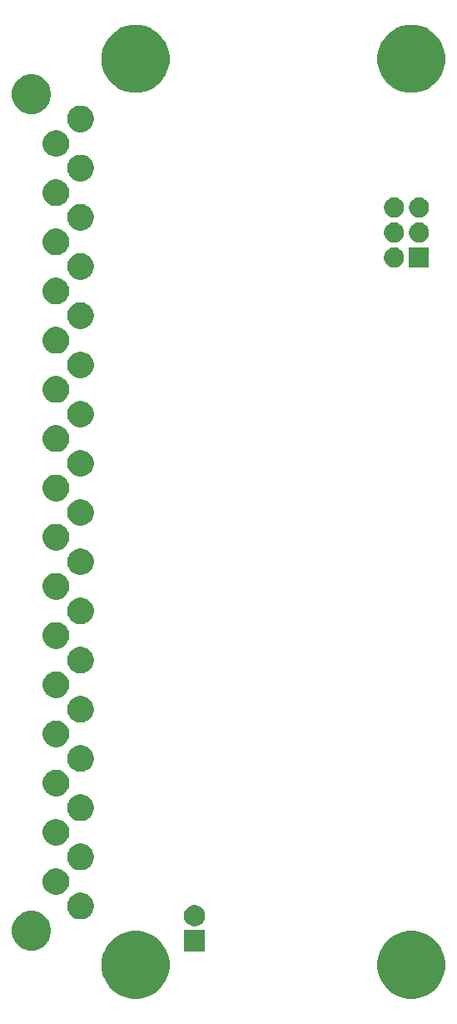
<source format=gbs>
G04 #@! TF.GenerationSoftware,KiCad,Pcbnew,(5.1.5)-3*
G04 #@! TF.CreationDate,2022-01-12T20:14:22+01:00*
G04 #@! TF.ProjectId,gbm8,67626d38-2e6b-4696-9361-645f70636258,0424 - A*
G04 #@! TF.SameCoordinates,Original*
G04 #@! TF.FileFunction,Soldermask,Bot*
G04 #@! TF.FilePolarity,Negative*
%FSLAX46Y46*%
G04 Gerber Fmt 4.6, Leading zero omitted, Abs format (unit mm)*
G04 Created by KiCad (PCBNEW (5.1.5)-3) date 2022-01-12 20:14:22*
%MOMM*%
%LPD*%
G04 APERTURE LIST*
%ADD10C,0.150000*%
G04 APERTURE END LIST*
D10*
G36*
X174362610Y-143617350D02*
G01*
X174991270Y-143877750D01*
X174991272Y-143877751D01*
X175133676Y-143972903D01*
X175557051Y-144255792D01*
X176038208Y-144736949D01*
X176043142Y-144744334D01*
X176376204Y-145242796D01*
X176416250Y-145302730D01*
X176676650Y-145931390D01*
X176809400Y-146598770D01*
X176809400Y-147279230D01*
X176676650Y-147946610D01*
X176416250Y-148575270D01*
X176038208Y-149141051D01*
X175557051Y-149622208D01*
X175133676Y-149905097D01*
X174991272Y-150000249D01*
X174991271Y-150000250D01*
X174991270Y-150000250D01*
X174362610Y-150260650D01*
X173695230Y-150393400D01*
X173014770Y-150393400D01*
X172347390Y-150260650D01*
X171718730Y-150000250D01*
X171718729Y-150000250D01*
X171718728Y-150000249D01*
X171576324Y-149905097D01*
X171152949Y-149622208D01*
X170671792Y-149141051D01*
X170293750Y-148575270D01*
X170033350Y-147946610D01*
X169900600Y-147279230D01*
X169900600Y-146598770D01*
X170033350Y-145931390D01*
X170293750Y-145302730D01*
X170333797Y-145242796D01*
X170666858Y-144744334D01*
X170671792Y-144736949D01*
X171152949Y-144255792D01*
X171576324Y-143972903D01*
X171718728Y-143877751D01*
X171718730Y-143877750D01*
X172347390Y-143617350D01*
X173014770Y-143484600D01*
X173695230Y-143484600D01*
X174362610Y-143617350D01*
G37*
G36*
X146295610Y-143617350D02*
G01*
X146924270Y-143877750D01*
X146924272Y-143877751D01*
X147066676Y-143972903D01*
X147490051Y-144255792D01*
X147971208Y-144736949D01*
X147976142Y-144744334D01*
X148309204Y-145242796D01*
X148349250Y-145302730D01*
X148609650Y-145931390D01*
X148742400Y-146598770D01*
X148742400Y-147279230D01*
X148609650Y-147946610D01*
X148349250Y-148575270D01*
X147971208Y-149141051D01*
X147490051Y-149622208D01*
X147066676Y-149905097D01*
X146924272Y-150000249D01*
X146924271Y-150000250D01*
X146924270Y-150000250D01*
X146295610Y-150260650D01*
X145628230Y-150393400D01*
X144947770Y-150393400D01*
X144280390Y-150260650D01*
X143651730Y-150000250D01*
X143651729Y-150000250D01*
X143651728Y-150000249D01*
X143509324Y-149905097D01*
X143085949Y-149622208D01*
X142604792Y-149141051D01*
X142226750Y-148575270D01*
X141966350Y-147946610D01*
X141833600Y-147279230D01*
X141833600Y-146598770D01*
X141966350Y-145931390D01*
X142226750Y-145302730D01*
X142266797Y-145242796D01*
X142599858Y-144744334D01*
X142604792Y-144736949D01*
X143085949Y-144255792D01*
X143509324Y-143972903D01*
X143651728Y-143877751D01*
X143651730Y-143877750D01*
X144280390Y-143617350D01*
X144947770Y-143484600D01*
X145628230Y-143484600D01*
X146295610Y-143617350D01*
G37*
G36*
X152379500Y-145549500D02*
G01*
X150220500Y-145549500D01*
X150220500Y-143390500D01*
X152379500Y-143390500D01*
X152379500Y-145549500D01*
G37*
G36*
X135283302Y-141539774D02*
G01*
X135648017Y-141690844D01*
X135648018Y-141690845D01*
X135976254Y-141910165D01*
X136255395Y-142189306D01*
X136307117Y-142266714D01*
X136474716Y-142517543D01*
X136625786Y-142882258D01*
X136702800Y-143269436D01*
X136702800Y-143664204D01*
X136625786Y-144051382D01*
X136474716Y-144416097D01*
X136474715Y-144416098D01*
X136255395Y-144744334D01*
X135976254Y-145023475D01*
X135811021Y-145133880D01*
X135648017Y-145242796D01*
X135283302Y-145393866D01*
X134896124Y-145470880D01*
X134501356Y-145470880D01*
X134114178Y-145393866D01*
X133749463Y-145242796D01*
X133586459Y-145133880D01*
X133421226Y-145023475D01*
X133142085Y-144744334D01*
X132922765Y-144416098D01*
X132922764Y-144416097D01*
X132771694Y-144051382D01*
X132694680Y-143664204D01*
X132694680Y-143269436D01*
X132771694Y-142882258D01*
X132922764Y-142517543D01*
X133090363Y-142266714D01*
X133142085Y-142189306D01*
X133421226Y-141910165D01*
X133749462Y-141690845D01*
X133749463Y-141690844D01*
X134114178Y-141539774D01*
X134501356Y-141462760D01*
X134896124Y-141462760D01*
X135283302Y-141539774D01*
G37*
G36*
X151614877Y-140891984D02*
G01*
X151811333Y-140973359D01*
X151811335Y-140973360D01*
X151988141Y-141091498D01*
X152138502Y-141241859D01*
X152256640Y-141418665D01*
X152256641Y-141418667D01*
X152338016Y-141615123D01*
X152379500Y-141823677D01*
X152379500Y-142036323D01*
X152338016Y-142244877D01*
X152256641Y-142441333D01*
X152256640Y-142441335D01*
X152138502Y-142618141D01*
X151988141Y-142768502D01*
X151811335Y-142886640D01*
X151811334Y-142886641D01*
X151811333Y-142886641D01*
X151614877Y-142968016D01*
X151406323Y-143009500D01*
X151193677Y-143009500D01*
X150985123Y-142968016D01*
X150788667Y-142886641D01*
X150788666Y-142886641D01*
X150788665Y-142886640D01*
X150611859Y-142768502D01*
X150461498Y-142618141D01*
X150343360Y-142441335D01*
X150343359Y-142441333D01*
X150261984Y-142244877D01*
X150220500Y-142036323D01*
X150220500Y-141823677D01*
X150261984Y-141615123D01*
X150343359Y-141418667D01*
X150343360Y-141418665D01*
X150461498Y-141241859D01*
X150611859Y-141091498D01*
X150788665Y-140973360D01*
X150788667Y-140973359D01*
X150985123Y-140891984D01*
X151193677Y-140850500D01*
X151406323Y-140850500D01*
X151614877Y-140891984D01*
G37*
G36*
X140094895Y-139663126D02*
G01*
X140341274Y-139765180D01*
X140563010Y-139913339D01*
X140751581Y-140101910D01*
X140899740Y-140323646D01*
X141001794Y-140570025D01*
X141053820Y-140831580D01*
X141053820Y-141098260D01*
X141001794Y-141359815D01*
X140899740Y-141606194D01*
X140751581Y-141827930D01*
X140563010Y-142016501D01*
X140341274Y-142164660D01*
X140094895Y-142266714D01*
X139833340Y-142318740D01*
X139566660Y-142318740D01*
X139305105Y-142266714D01*
X139058726Y-142164660D01*
X138836990Y-142016501D01*
X138648419Y-141827930D01*
X138500260Y-141606194D01*
X138398206Y-141359815D01*
X138346180Y-141098260D01*
X138346180Y-140831580D01*
X138398206Y-140570025D01*
X138500260Y-140323646D01*
X138648419Y-140101910D01*
X138836990Y-139913339D01*
X139058726Y-139765180D01*
X139305105Y-139663126D01*
X139566660Y-139611100D01*
X139833340Y-139611100D01*
X140094895Y-139663126D01*
G37*
G36*
X137592995Y-137163766D02*
G01*
X137839374Y-137265820D01*
X138061110Y-137413979D01*
X138249681Y-137602550D01*
X138397840Y-137824286D01*
X138499894Y-138070665D01*
X138551920Y-138332220D01*
X138551920Y-138598900D01*
X138499894Y-138860455D01*
X138397840Y-139106834D01*
X138249681Y-139328570D01*
X138061110Y-139517141D01*
X137839374Y-139665300D01*
X137592995Y-139767354D01*
X137331440Y-139819380D01*
X137064760Y-139819380D01*
X136803205Y-139767354D01*
X136556826Y-139665300D01*
X136335090Y-139517141D01*
X136146519Y-139328570D01*
X135998360Y-139106834D01*
X135896306Y-138860455D01*
X135844280Y-138598900D01*
X135844280Y-138332220D01*
X135896306Y-138070665D01*
X135998360Y-137824286D01*
X136146519Y-137602550D01*
X136335090Y-137413979D01*
X136556826Y-137265820D01*
X136803205Y-137163766D01*
X137064760Y-137111740D01*
X137331440Y-137111740D01*
X137592995Y-137163766D01*
G37*
G36*
X140094895Y-134664406D02*
G01*
X140341274Y-134766460D01*
X140563010Y-134914619D01*
X140751581Y-135103190D01*
X140899740Y-135324926D01*
X141001794Y-135571305D01*
X141053820Y-135832860D01*
X141053820Y-136099540D01*
X141001794Y-136361095D01*
X140899740Y-136607474D01*
X140751581Y-136829210D01*
X140563010Y-137017781D01*
X140341274Y-137165940D01*
X140094895Y-137267994D01*
X139833340Y-137320020D01*
X139566660Y-137320020D01*
X139305105Y-137267994D01*
X139058726Y-137165940D01*
X138836990Y-137017781D01*
X138648419Y-136829210D01*
X138500260Y-136607474D01*
X138398206Y-136361095D01*
X138346180Y-136099540D01*
X138346180Y-135832860D01*
X138398206Y-135571305D01*
X138500260Y-135324926D01*
X138648419Y-135103190D01*
X138836990Y-134914619D01*
X139058726Y-134766460D01*
X139305105Y-134664406D01*
X139566660Y-134612380D01*
X139833340Y-134612380D01*
X140094895Y-134664406D01*
G37*
G36*
X137592995Y-132162506D02*
G01*
X137839374Y-132264560D01*
X138061110Y-132412719D01*
X138249681Y-132601290D01*
X138397840Y-132823026D01*
X138499894Y-133069405D01*
X138551920Y-133330960D01*
X138551920Y-133597640D01*
X138499894Y-133859195D01*
X138397840Y-134105574D01*
X138249681Y-134327310D01*
X138061110Y-134515881D01*
X137839374Y-134664040D01*
X137592995Y-134766094D01*
X137331440Y-134818120D01*
X137064760Y-134818120D01*
X136803205Y-134766094D01*
X136556826Y-134664040D01*
X136335090Y-134515881D01*
X136146519Y-134327310D01*
X135998360Y-134105574D01*
X135896306Y-133859195D01*
X135844280Y-133597640D01*
X135844280Y-133330960D01*
X135896306Y-133069405D01*
X135998360Y-132823026D01*
X136146519Y-132601290D01*
X136335090Y-132412719D01*
X136556826Y-132264560D01*
X136803205Y-132162506D01*
X137064760Y-132110480D01*
X137331440Y-132110480D01*
X137592995Y-132162506D01*
G37*
G36*
X140094895Y-129663146D02*
G01*
X140341274Y-129765200D01*
X140563010Y-129913359D01*
X140751581Y-130101930D01*
X140899740Y-130323666D01*
X141001794Y-130570045D01*
X141053820Y-130831600D01*
X141053820Y-131098280D01*
X141001794Y-131359835D01*
X140899740Y-131606214D01*
X140751581Y-131827950D01*
X140563010Y-132016521D01*
X140341274Y-132164680D01*
X140094895Y-132266734D01*
X139833340Y-132318760D01*
X139566660Y-132318760D01*
X139305105Y-132266734D01*
X139058726Y-132164680D01*
X138836990Y-132016521D01*
X138648419Y-131827950D01*
X138500260Y-131606214D01*
X138398206Y-131359835D01*
X138346180Y-131098280D01*
X138346180Y-130831600D01*
X138398206Y-130570045D01*
X138500260Y-130323666D01*
X138648419Y-130101930D01*
X138836990Y-129913359D01*
X139058726Y-129765200D01*
X139305105Y-129663146D01*
X139566660Y-129611120D01*
X139833340Y-129611120D01*
X140094895Y-129663146D01*
G37*
G36*
X137592995Y-127163786D02*
G01*
X137839374Y-127265840D01*
X138061110Y-127413999D01*
X138249681Y-127602570D01*
X138397840Y-127824306D01*
X138499894Y-128070685D01*
X138551920Y-128332240D01*
X138551920Y-128598920D01*
X138499894Y-128860475D01*
X138397840Y-129106854D01*
X138249681Y-129328590D01*
X138061110Y-129517161D01*
X137839374Y-129665320D01*
X137592995Y-129767374D01*
X137331440Y-129819400D01*
X137064760Y-129819400D01*
X136803205Y-129767374D01*
X136556826Y-129665320D01*
X136335090Y-129517161D01*
X136146519Y-129328590D01*
X135998360Y-129106854D01*
X135896306Y-128860475D01*
X135844280Y-128598920D01*
X135844280Y-128332240D01*
X135896306Y-128070685D01*
X135998360Y-127824306D01*
X136146519Y-127602570D01*
X136335090Y-127413999D01*
X136556826Y-127265840D01*
X136803205Y-127163786D01*
X137064760Y-127111760D01*
X137331440Y-127111760D01*
X137592995Y-127163786D01*
G37*
G36*
X140094895Y-124664426D02*
G01*
X140341274Y-124766480D01*
X140563010Y-124914639D01*
X140751581Y-125103210D01*
X140899740Y-125324946D01*
X141001794Y-125571325D01*
X141053820Y-125832880D01*
X141053820Y-126099560D01*
X141001794Y-126361115D01*
X140899740Y-126607494D01*
X140751581Y-126829230D01*
X140563010Y-127017801D01*
X140341274Y-127165960D01*
X140094895Y-127268014D01*
X139833340Y-127320040D01*
X139566660Y-127320040D01*
X139305105Y-127268014D01*
X139058726Y-127165960D01*
X138836990Y-127017801D01*
X138648419Y-126829230D01*
X138500260Y-126607494D01*
X138398206Y-126361115D01*
X138346180Y-126099560D01*
X138346180Y-125832880D01*
X138398206Y-125571325D01*
X138500260Y-125324946D01*
X138648419Y-125103210D01*
X138836990Y-124914639D01*
X139058726Y-124766480D01*
X139305105Y-124664426D01*
X139566660Y-124612400D01*
X139833340Y-124612400D01*
X140094895Y-124664426D01*
G37*
G36*
X137592995Y-122162526D02*
G01*
X137839374Y-122264580D01*
X138061110Y-122412739D01*
X138249681Y-122601310D01*
X138397840Y-122823046D01*
X138499894Y-123069425D01*
X138551920Y-123330980D01*
X138551920Y-123597660D01*
X138499894Y-123859215D01*
X138397840Y-124105594D01*
X138249681Y-124327330D01*
X138061110Y-124515901D01*
X137839374Y-124664060D01*
X137592995Y-124766114D01*
X137331440Y-124818140D01*
X137064760Y-124818140D01*
X136803205Y-124766114D01*
X136556826Y-124664060D01*
X136335090Y-124515901D01*
X136146519Y-124327330D01*
X135998360Y-124105594D01*
X135896306Y-123859215D01*
X135844280Y-123597660D01*
X135844280Y-123330980D01*
X135896306Y-123069425D01*
X135998360Y-122823046D01*
X136146519Y-122601310D01*
X136335090Y-122412739D01*
X136556826Y-122264580D01*
X136803205Y-122162526D01*
X137064760Y-122110500D01*
X137331440Y-122110500D01*
X137592995Y-122162526D01*
G37*
G36*
X140094895Y-119663166D02*
G01*
X140341274Y-119765220D01*
X140563010Y-119913379D01*
X140751581Y-120101950D01*
X140899740Y-120323686D01*
X141001794Y-120570065D01*
X141053820Y-120831620D01*
X141053820Y-121098300D01*
X141001794Y-121359855D01*
X140899740Y-121606234D01*
X140751581Y-121827970D01*
X140563010Y-122016541D01*
X140341274Y-122164700D01*
X140094895Y-122266754D01*
X139833340Y-122318780D01*
X139566660Y-122318780D01*
X139305105Y-122266754D01*
X139058726Y-122164700D01*
X138836990Y-122016541D01*
X138648419Y-121827970D01*
X138500260Y-121606234D01*
X138398206Y-121359855D01*
X138346180Y-121098300D01*
X138346180Y-120831620D01*
X138398206Y-120570065D01*
X138500260Y-120323686D01*
X138648419Y-120101950D01*
X138836990Y-119913379D01*
X139058726Y-119765220D01*
X139305105Y-119663166D01*
X139566660Y-119611140D01*
X139833340Y-119611140D01*
X140094895Y-119663166D01*
G37*
G36*
X137592995Y-117163806D02*
G01*
X137839374Y-117265860D01*
X138061110Y-117414019D01*
X138249681Y-117602590D01*
X138397840Y-117824326D01*
X138499894Y-118070705D01*
X138551920Y-118332260D01*
X138551920Y-118598940D01*
X138499894Y-118860495D01*
X138397840Y-119106874D01*
X138249681Y-119328610D01*
X138061110Y-119517181D01*
X137839374Y-119665340D01*
X137592995Y-119767394D01*
X137331440Y-119819420D01*
X137064760Y-119819420D01*
X136803205Y-119767394D01*
X136556826Y-119665340D01*
X136335090Y-119517181D01*
X136146519Y-119328610D01*
X135998360Y-119106874D01*
X135896306Y-118860495D01*
X135844280Y-118598940D01*
X135844280Y-118332260D01*
X135896306Y-118070705D01*
X135998360Y-117824326D01*
X136146519Y-117602590D01*
X136335090Y-117414019D01*
X136556826Y-117265860D01*
X136803205Y-117163806D01*
X137064760Y-117111780D01*
X137331440Y-117111780D01*
X137592995Y-117163806D01*
G37*
G36*
X140094895Y-114664446D02*
G01*
X140341274Y-114766500D01*
X140563010Y-114914659D01*
X140751581Y-115103230D01*
X140899740Y-115324966D01*
X141001794Y-115571345D01*
X141053820Y-115832900D01*
X141053820Y-116099580D01*
X141001794Y-116361135D01*
X140899740Y-116607514D01*
X140751581Y-116829250D01*
X140563010Y-117017821D01*
X140341274Y-117165980D01*
X140094895Y-117268034D01*
X139833340Y-117320060D01*
X139566660Y-117320060D01*
X139305105Y-117268034D01*
X139058726Y-117165980D01*
X138836990Y-117017821D01*
X138648419Y-116829250D01*
X138500260Y-116607514D01*
X138398206Y-116361135D01*
X138346180Y-116099580D01*
X138346180Y-115832900D01*
X138398206Y-115571345D01*
X138500260Y-115324966D01*
X138648419Y-115103230D01*
X138836990Y-114914659D01*
X139058726Y-114766500D01*
X139305105Y-114664446D01*
X139566660Y-114612420D01*
X139833340Y-114612420D01*
X140094895Y-114664446D01*
G37*
G36*
X137592995Y-112162546D02*
G01*
X137839374Y-112264600D01*
X138061110Y-112412759D01*
X138249681Y-112601330D01*
X138397840Y-112823066D01*
X138499894Y-113069445D01*
X138551920Y-113331000D01*
X138551920Y-113597680D01*
X138499894Y-113859235D01*
X138397840Y-114105614D01*
X138249681Y-114327350D01*
X138061110Y-114515921D01*
X137839374Y-114664080D01*
X137592995Y-114766134D01*
X137331440Y-114818160D01*
X137064760Y-114818160D01*
X136803205Y-114766134D01*
X136556826Y-114664080D01*
X136335090Y-114515921D01*
X136146519Y-114327350D01*
X135998360Y-114105614D01*
X135896306Y-113859235D01*
X135844280Y-113597680D01*
X135844280Y-113331000D01*
X135896306Y-113069445D01*
X135998360Y-112823066D01*
X136146519Y-112601330D01*
X136335090Y-112412759D01*
X136556826Y-112264600D01*
X136803205Y-112162546D01*
X137064760Y-112110520D01*
X137331440Y-112110520D01*
X137592995Y-112162546D01*
G37*
G36*
X140094895Y-109663186D02*
G01*
X140341274Y-109765240D01*
X140563010Y-109913399D01*
X140751581Y-110101970D01*
X140899740Y-110323706D01*
X141001794Y-110570085D01*
X141053820Y-110831640D01*
X141053820Y-111098320D01*
X141001794Y-111359875D01*
X140899740Y-111606254D01*
X140751581Y-111827990D01*
X140563010Y-112016561D01*
X140341274Y-112164720D01*
X140094895Y-112266774D01*
X139833340Y-112318800D01*
X139566660Y-112318800D01*
X139305105Y-112266774D01*
X139058726Y-112164720D01*
X138836990Y-112016561D01*
X138648419Y-111827990D01*
X138500260Y-111606254D01*
X138398206Y-111359875D01*
X138346180Y-111098320D01*
X138346180Y-110831640D01*
X138398206Y-110570085D01*
X138500260Y-110323706D01*
X138648419Y-110101970D01*
X138836990Y-109913399D01*
X139058726Y-109765240D01*
X139305105Y-109663186D01*
X139566660Y-109611160D01*
X139833340Y-109611160D01*
X140094895Y-109663186D01*
G37*
G36*
X137592995Y-107163826D02*
G01*
X137839374Y-107265880D01*
X138061110Y-107414039D01*
X138249681Y-107602610D01*
X138397840Y-107824346D01*
X138499894Y-108070725D01*
X138551920Y-108332280D01*
X138551920Y-108598960D01*
X138499894Y-108860515D01*
X138397840Y-109106894D01*
X138249681Y-109328630D01*
X138061110Y-109517201D01*
X137839374Y-109665360D01*
X137592995Y-109767414D01*
X137331440Y-109819440D01*
X137064760Y-109819440D01*
X136803205Y-109767414D01*
X136556826Y-109665360D01*
X136335090Y-109517201D01*
X136146519Y-109328630D01*
X135998360Y-109106894D01*
X135896306Y-108860515D01*
X135844280Y-108598960D01*
X135844280Y-108332280D01*
X135896306Y-108070725D01*
X135998360Y-107824346D01*
X136146519Y-107602610D01*
X136335090Y-107414039D01*
X136556826Y-107265880D01*
X136803205Y-107163826D01*
X137064760Y-107111800D01*
X137331440Y-107111800D01*
X137592995Y-107163826D01*
G37*
G36*
X140094895Y-104664466D02*
G01*
X140341274Y-104766520D01*
X140563010Y-104914679D01*
X140751581Y-105103250D01*
X140899740Y-105324986D01*
X141001794Y-105571365D01*
X141053820Y-105832920D01*
X141053820Y-106099600D01*
X141001794Y-106361155D01*
X140899740Y-106607534D01*
X140751581Y-106829270D01*
X140563010Y-107017841D01*
X140341274Y-107166000D01*
X140094895Y-107268054D01*
X139833340Y-107320080D01*
X139566660Y-107320080D01*
X139305105Y-107268054D01*
X139058726Y-107166000D01*
X138836990Y-107017841D01*
X138648419Y-106829270D01*
X138500260Y-106607534D01*
X138398206Y-106361155D01*
X138346180Y-106099600D01*
X138346180Y-105832920D01*
X138398206Y-105571365D01*
X138500260Y-105324986D01*
X138648419Y-105103250D01*
X138836990Y-104914679D01*
X139058726Y-104766520D01*
X139305105Y-104664466D01*
X139566660Y-104612440D01*
X139833340Y-104612440D01*
X140094895Y-104664466D01*
G37*
G36*
X137592995Y-102162566D02*
G01*
X137839374Y-102264620D01*
X138061110Y-102412779D01*
X138249681Y-102601350D01*
X138397840Y-102823086D01*
X138499894Y-103069465D01*
X138551920Y-103331020D01*
X138551920Y-103597700D01*
X138499894Y-103859255D01*
X138397840Y-104105634D01*
X138249681Y-104327370D01*
X138061110Y-104515941D01*
X137839374Y-104664100D01*
X137592995Y-104766154D01*
X137331440Y-104818180D01*
X137064760Y-104818180D01*
X136803205Y-104766154D01*
X136556826Y-104664100D01*
X136335090Y-104515941D01*
X136146519Y-104327370D01*
X135998360Y-104105634D01*
X135896306Y-103859255D01*
X135844280Y-103597700D01*
X135844280Y-103331020D01*
X135896306Y-103069465D01*
X135998360Y-102823086D01*
X136146519Y-102601350D01*
X136335090Y-102412779D01*
X136556826Y-102264620D01*
X136803205Y-102162566D01*
X137064760Y-102110540D01*
X137331440Y-102110540D01*
X137592995Y-102162566D01*
G37*
G36*
X140094895Y-99663206D02*
G01*
X140341274Y-99765260D01*
X140563010Y-99913419D01*
X140751581Y-100101990D01*
X140899740Y-100323726D01*
X141001794Y-100570105D01*
X141053820Y-100831660D01*
X141053820Y-101098340D01*
X141001794Y-101359895D01*
X140899740Y-101606274D01*
X140751581Y-101828010D01*
X140563010Y-102016581D01*
X140341274Y-102164740D01*
X140094895Y-102266794D01*
X139833340Y-102318820D01*
X139566660Y-102318820D01*
X139305105Y-102266794D01*
X139058726Y-102164740D01*
X138836990Y-102016581D01*
X138648419Y-101828010D01*
X138500260Y-101606274D01*
X138398206Y-101359895D01*
X138346180Y-101098340D01*
X138346180Y-100831660D01*
X138398206Y-100570105D01*
X138500260Y-100323726D01*
X138648419Y-100101990D01*
X138836990Y-99913419D01*
X139058726Y-99765260D01*
X139305105Y-99663206D01*
X139566660Y-99611180D01*
X139833340Y-99611180D01*
X140094895Y-99663206D01*
G37*
G36*
X137592995Y-97163846D02*
G01*
X137839374Y-97265900D01*
X138061110Y-97414059D01*
X138249681Y-97602630D01*
X138397840Y-97824366D01*
X138499894Y-98070745D01*
X138551920Y-98332300D01*
X138551920Y-98598980D01*
X138499894Y-98860535D01*
X138397840Y-99106914D01*
X138249681Y-99328650D01*
X138061110Y-99517221D01*
X137839374Y-99665380D01*
X137592995Y-99767434D01*
X137331440Y-99819460D01*
X137064760Y-99819460D01*
X136803205Y-99767434D01*
X136556826Y-99665380D01*
X136335090Y-99517221D01*
X136146519Y-99328650D01*
X135998360Y-99106914D01*
X135896306Y-98860535D01*
X135844280Y-98598980D01*
X135844280Y-98332300D01*
X135896306Y-98070745D01*
X135998360Y-97824366D01*
X136146519Y-97602630D01*
X136335090Y-97414059D01*
X136556826Y-97265900D01*
X136803205Y-97163846D01*
X137064760Y-97111820D01*
X137331440Y-97111820D01*
X137592995Y-97163846D01*
G37*
G36*
X140094895Y-94664486D02*
G01*
X140341274Y-94766540D01*
X140563010Y-94914699D01*
X140751581Y-95103270D01*
X140899740Y-95325006D01*
X141001794Y-95571385D01*
X141053820Y-95832940D01*
X141053820Y-96099620D01*
X141001794Y-96361175D01*
X140899740Y-96607554D01*
X140751581Y-96829290D01*
X140563010Y-97017861D01*
X140341274Y-97166020D01*
X140094895Y-97268074D01*
X139833340Y-97320100D01*
X139566660Y-97320100D01*
X139305105Y-97268074D01*
X139058726Y-97166020D01*
X138836990Y-97017861D01*
X138648419Y-96829290D01*
X138500260Y-96607554D01*
X138398206Y-96361175D01*
X138346180Y-96099620D01*
X138346180Y-95832940D01*
X138398206Y-95571385D01*
X138500260Y-95325006D01*
X138648419Y-95103270D01*
X138836990Y-94914699D01*
X139058726Y-94766540D01*
X139305105Y-94664486D01*
X139566660Y-94612460D01*
X139833340Y-94612460D01*
X140094895Y-94664486D01*
G37*
G36*
X137592995Y-92162586D02*
G01*
X137839374Y-92264640D01*
X138061110Y-92412799D01*
X138249681Y-92601370D01*
X138397840Y-92823106D01*
X138499894Y-93069485D01*
X138551920Y-93331040D01*
X138551920Y-93597720D01*
X138499894Y-93859275D01*
X138397840Y-94105654D01*
X138249681Y-94327390D01*
X138061110Y-94515961D01*
X137839374Y-94664120D01*
X137592995Y-94766174D01*
X137331440Y-94818200D01*
X137064760Y-94818200D01*
X136803205Y-94766174D01*
X136556826Y-94664120D01*
X136335090Y-94515961D01*
X136146519Y-94327390D01*
X135998360Y-94105654D01*
X135896306Y-93859275D01*
X135844280Y-93597720D01*
X135844280Y-93331040D01*
X135896306Y-93069485D01*
X135998360Y-92823106D01*
X136146519Y-92601370D01*
X136335090Y-92412799D01*
X136556826Y-92264640D01*
X136803205Y-92162586D01*
X137064760Y-92110560D01*
X137331440Y-92110560D01*
X137592995Y-92162586D01*
G37*
G36*
X140094895Y-89663226D02*
G01*
X140341274Y-89765280D01*
X140563010Y-89913439D01*
X140751581Y-90102010D01*
X140899740Y-90323746D01*
X141001794Y-90570125D01*
X141053820Y-90831680D01*
X141053820Y-91098360D01*
X141001794Y-91359915D01*
X140899740Y-91606294D01*
X140751581Y-91828030D01*
X140563010Y-92016601D01*
X140341274Y-92164760D01*
X140094895Y-92266814D01*
X139833340Y-92318840D01*
X139566660Y-92318840D01*
X139305105Y-92266814D01*
X139058726Y-92164760D01*
X138836990Y-92016601D01*
X138648419Y-91828030D01*
X138500260Y-91606294D01*
X138398206Y-91359915D01*
X138346180Y-91098360D01*
X138346180Y-90831680D01*
X138398206Y-90570125D01*
X138500260Y-90323746D01*
X138648419Y-90102010D01*
X138836990Y-89913439D01*
X139058726Y-89765280D01*
X139305105Y-89663226D01*
X139566660Y-89611200D01*
X139833340Y-89611200D01*
X140094895Y-89663226D01*
G37*
G36*
X137592995Y-87163866D02*
G01*
X137839374Y-87265920D01*
X138061110Y-87414079D01*
X138249681Y-87602650D01*
X138397840Y-87824386D01*
X138499894Y-88070765D01*
X138551920Y-88332320D01*
X138551920Y-88599000D01*
X138499894Y-88860555D01*
X138397840Y-89106934D01*
X138249681Y-89328670D01*
X138061110Y-89517241D01*
X137839374Y-89665400D01*
X137592995Y-89767454D01*
X137331440Y-89819480D01*
X137064760Y-89819480D01*
X136803205Y-89767454D01*
X136556826Y-89665400D01*
X136335090Y-89517241D01*
X136146519Y-89328670D01*
X135998360Y-89106934D01*
X135896306Y-88860555D01*
X135844280Y-88599000D01*
X135844280Y-88332320D01*
X135896306Y-88070765D01*
X135998360Y-87824386D01*
X136146519Y-87602650D01*
X136335090Y-87414079D01*
X136556826Y-87265920D01*
X136803205Y-87163866D01*
X137064760Y-87111840D01*
X137331440Y-87111840D01*
X137592995Y-87163866D01*
G37*
G36*
X140094895Y-84664506D02*
G01*
X140341274Y-84766560D01*
X140563010Y-84914719D01*
X140751581Y-85103290D01*
X140899740Y-85325026D01*
X141001794Y-85571405D01*
X141053820Y-85832960D01*
X141053820Y-86099640D01*
X141001794Y-86361195D01*
X140899740Y-86607574D01*
X140751581Y-86829310D01*
X140563010Y-87017881D01*
X140341274Y-87166040D01*
X140094895Y-87268094D01*
X139833340Y-87320120D01*
X139566660Y-87320120D01*
X139305105Y-87268094D01*
X139058726Y-87166040D01*
X138836990Y-87017881D01*
X138648419Y-86829310D01*
X138500260Y-86607574D01*
X138398206Y-86361195D01*
X138346180Y-86099640D01*
X138346180Y-85832960D01*
X138398206Y-85571405D01*
X138500260Y-85325026D01*
X138648419Y-85103290D01*
X138836990Y-84914719D01*
X139058726Y-84766560D01*
X139305105Y-84664506D01*
X139566660Y-84612480D01*
X139833340Y-84612480D01*
X140094895Y-84664506D01*
G37*
G36*
X137592995Y-82162606D02*
G01*
X137839374Y-82264660D01*
X138061110Y-82412819D01*
X138249681Y-82601390D01*
X138397840Y-82823126D01*
X138499894Y-83069505D01*
X138551920Y-83331060D01*
X138551920Y-83597740D01*
X138499894Y-83859295D01*
X138397840Y-84105674D01*
X138249681Y-84327410D01*
X138061110Y-84515981D01*
X137839374Y-84664140D01*
X137592995Y-84766194D01*
X137331440Y-84818220D01*
X137064760Y-84818220D01*
X136803205Y-84766194D01*
X136556826Y-84664140D01*
X136335090Y-84515981D01*
X136146519Y-84327410D01*
X135998360Y-84105674D01*
X135896306Y-83859295D01*
X135844280Y-83597740D01*
X135844280Y-83331060D01*
X135896306Y-83069505D01*
X135998360Y-82823126D01*
X136146519Y-82601390D01*
X136335090Y-82412819D01*
X136556826Y-82264660D01*
X136803205Y-82162606D01*
X137064760Y-82110580D01*
X137331440Y-82110580D01*
X137592995Y-82162606D01*
G37*
G36*
X140094895Y-79663246D02*
G01*
X140341274Y-79765300D01*
X140563010Y-79913459D01*
X140751581Y-80102030D01*
X140899740Y-80323766D01*
X141001794Y-80570145D01*
X141053820Y-80831700D01*
X141053820Y-81098380D01*
X141001794Y-81359935D01*
X140899740Y-81606314D01*
X140751581Y-81828050D01*
X140563010Y-82016621D01*
X140341274Y-82164780D01*
X140094895Y-82266834D01*
X139833340Y-82318860D01*
X139566660Y-82318860D01*
X139305105Y-82266834D01*
X139058726Y-82164780D01*
X138836990Y-82016621D01*
X138648419Y-81828050D01*
X138500260Y-81606314D01*
X138398206Y-81359935D01*
X138346180Y-81098380D01*
X138346180Y-80831700D01*
X138398206Y-80570145D01*
X138500260Y-80323766D01*
X138648419Y-80102030D01*
X138836990Y-79913459D01*
X139058726Y-79765300D01*
X139305105Y-79663246D01*
X139566660Y-79611220D01*
X139833340Y-79611220D01*
X140094895Y-79663246D01*
G37*
G36*
X137592995Y-77163886D02*
G01*
X137839374Y-77265940D01*
X138061110Y-77414099D01*
X138249681Y-77602670D01*
X138397840Y-77824406D01*
X138499894Y-78070785D01*
X138551920Y-78332340D01*
X138551920Y-78599020D01*
X138499894Y-78860575D01*
X138397840Y-79106954D01*
X138249681Y-79328690D01*
X138061110Y-79517261D01*
X137839374Y-79665420D01*
X137592995Y-79767474D01*
X137331440Y-79819500D01*
X137064760Y-79819500D01*
X136803205Y-79767474D01*
X136556826Y-79665420D01*
X136335090Y-79517261D01*
X136146519Y-79328690D01*
X135998360Y-79106954D01*
X135896306Y-78860575D01*
X135844280Y-78599020D01*
X135844280Y-78332340D01*
X135896306Y-78070785D01*
X135998360Y-77824406D01*
X136146519Y-77602670D01*
X136335090Y-77414099D01*
X136556826Y-77265940D01*
X136803205Y-77163886D01*
X137064760Y-77111860D01*
X137331440Y-77111860D01*
X137592995Y-77163886D01*
G37*
G36*
X140094895Y-74664526D02*
G01*
X140341274Y-74766580D01*
X140563010Y-74914739D01*
X140751581Y-75103310D01*
X140899740Y-75325046D01*
X141001794Y-75571425D01*
X141053820Y-75832980D01*
X141053820Y-76099660D01*
X141001794Y-76361215D01*
X140899740Y-76607594D01*
X140751581Y-76829330D01*
X140563010Y-77017901D01*
X140341274Y-77166060D01*
X140094895Y-77268114D01*
X139833340Y-77320140D01*
X139566660Y-77320140D01*
X139305105Y-77268114D01*
X139058726Y-77166060D01*
X138836990Y-77017901D01*
X138648419Y-76829330D01*
X138500260Y-76607594D01*
X138398206Y-76361215D01*
X138346180Y-76099660D01*
X138346180Y-75832980D01*
X138398206Y-75571425D01*
X138500260Y-75325046D01*
X138648419Y-75103310D01*
X138836990Y-74914739D01*
X139058726Y-74766580D01*
X139305105Y-74664526D01*
X139566660Y-74612500D01*
X139833340Y-74612500D01*
X140094895Y-74664526D01*
G37*
G36*
X171807926Y-74067029D02*
G01*
X171873356Y-74080044D01*
X172058256Y-74156632D01*
X172224662Y-74267821D01*
X172366179Y-74409338D01*
X172477368Y-74575744D01*
X172514143Y-74664526D01*
X172553956Y-74760645D01*
X172584608Y-74914740D01*
X172593000Y-74956933D01*
X172593000Y-75157067D01*
X172553956Y-75353356D01*
X172477368Y-75538256D01*
X172366179Y-75704662D01*
X172224662Y-75846179D01*
X172058256Y-75957368D01*
X171873356Y-76033956D01*
X171807926Y-76046971D01*
X171677069Y-76073000D01*
X171476931Y-76073000D01*
X171346074Y-76046971D01*
X171280644Y-76033956D01*
X171095744Y-75957368D01*
X170929338Y-75846179D01*
X170787821Y-75704662D01*
X170676632Y-75538256D01*
X170600044Y-75353356D01*
X170561000Y-75157067D01*
X170561000Y-74956933D01*
X170569393Y-74914740D01*
X170600044Y-74760645D01*
X170639858Y-74664526D01*
X170676632Y-74575744D01*
X170787821Y-74409338D01*
X170929338Y-74267821D01*
X171095744Y-74156632D01*
X171280644Y-74080044D01*
X171346074Y-74067029D01*
X171476931Y-74041000D01*
X171677069Y-74041000D01*
X171807926Y-74067029D01*
G37*
G36*
X175133000Y-76073000D02*
G01*
X173101000Y-76073000D01*
X173101000Y-74041000D01*
X175133000Y-74041000D01*
X175133000Y-76073000D01*
G37*
G36*
X137592995Y-72162626D02*
G01*
X137839374Y-72264680D01*
X138061110Y-72412839D01*
X138249681Y-72601410D01*
X138397840Y-72823146D01*
X138499894Y-73069525D01*
X138551920Y-73331080D01*
X138551920Y-73597760D01*
X138499894Y-73859315D01*
X138397840Y-74105694D01*
X138249681Y-74327430D01*
X138061110Y-74516001D01*
X137839374Y-74664160D01*
X137592995Y-74766214D01*
X137331440Y-74818240D01*
X137064760Y-74818240D01*
X136803205Y-74766214D01*
X136556826Y-74664160D01*
X136335090Y-74516001D01*
X136146519Y-74327430D01*
X135998360Y-74105694D01*
X135896306Y-73859315D01*
X135844280Y-73597760D01*
X135844280Y-73331080D01*
X135896306Y-73069525D01*
X135998360Y-72823146D01*
X136146519Y-72601410D01*
X136335090Y-72412839D01*
X136556826Y-72264680D01*
X136803205Y-72162626D01*
X137064760Y-72110600D01*
X137331440Y-72110600D01*
X137592995Y-72162626D01*
G37*
G36*
X174347926Y-71527029D02*
G01*
X174413356Y-71540044D01*
X174598256Y-71616632D01*
X174764662Y-71727821D01*
X174906179Y-71869338D01*
X175017368Y-72035744D01*
X175093956Y-72220644D01*
X175133000Y-72416933D01*
X175133000Y-72617067D01*
X175093956Y-72813356D01*
X175017368Y-72998256D01*
X174906179Y-73164662D01*
X174764662Y-73306179D01*
X174598256Y-73417368D01*
X174413356Y-73493956D01*
X174347926Y-73506971D01*
X174217069Y-73533000D01*
X174016931Y-73533000D01*
X173886074Y-73506971D01*
X173820644Y-73493956D01*
X173635744Y-73417368D01*
X173469338Y-73306179D01*
X173327821Y-73164662D01*
X173216632Y-72998256D01*
X173140044Y-72813356D01*
X173101000Y-72617067D01*
X173101000Y-72416933D01*
X173140044Y-72220644D01*
X173216632Y-72035744D01*
X173327821Y-71869338D01*
X173469338Y-71727821D01*
X173635744Y-71616632D01*
X173820644Y-71540044D01*
X173886074Y-71527029D01*
X174016931Y-71501000D01*
X174217069Y-71501000D01*
X174347926Y-71527029D01*
G37*
G36*
X171807926Y-71527029D02*
G01*
X171873356Y-71540044D01*
X172058256Y-71616632D01*
X172224662Y-71727821D01*
X172366179Y-71869338D01*
X172477368Y-72035744D01*
X172553956Y-72220644D01*
X172593000Y-72416933D01*
X172593000Y-72617067D01*
X172553956Y-72813356D01*
X172477368Y-72998256D01*
X172366179Y-73164662D01*
X172224662Y-73306179D01*
X172058256Y-73417368D01*
X171873356Y-73493956D01*
X171807926Y-73506971D01*
X171677069Y-73533000D01*
X171476931Y-73533000D01*
X171346074Y-73506971D01*
X171280644Y-73493956D01*
X171095744Y-73417368D01*
X170929338Y-73306179D01*
X170787821Y-73164662D01*
X170676632Y-72998256D01*
X170600044Y-72813356D01*
X170561000Y-72617067D01*
X170561000Y-72416933D01*
X170600044Y-72220644D01*
X170676632Y-72035744D01*
X170787821Y-71869338D01*
X170929338Y-71727821D01*
X171095744Y-71616632D01*
X171280644Y-71540044D01*
X171346074Y-71527029D01*
X171476931Y-71501000D01*
X171677069Y-71501000D01*
X171807926Y-71527029D01*
G37*
G36*
X140094895Y-69663266D02*
G01*
X140341274Y-69765320D01*
X140563010Y-69913479D01*
X140751581Y-70102050D01*
X140899740Y-70323786D01*
X141001794Y-70570165D01*
X141053820Y-70831720D01*
X141053820Y-71098400D01*
X141001794Y-71359955D01*
X140899740Y-71606334D01*
X140751581Y-71828070D01*
X140563010Y-72016641D01*
X140341274Y-72164800D01*
X140094895Y-72266854D01*
X139833340Y-72318880D01*
X139566660Y-72318880D01*
X139305105Y-72266854D01*
X139058726Y-72164800D01*
X138836990Y-72016641D01*
X138648419Y-71828070D01*
X138500260Y-71606334D01*
X138398206Y-71359955D01*
X138346180Y-71098400D01*
X138346180Y-70831720D01*
X138398206Y-70570165D01*
X138500260Y-70323786D01*
X138648419Y-70102050D01*
X138836990Y-69913479D01*
X139058726Y-69765320D01*
X139305105Y-69663266D01*
X139566660Y-69611240D01*
X139833340Y-69611240D01*
X140094895Y-69663266D01*
G37*
G36*
X174347926Y-68987029D02*
G01*
X174413356Y-69000044D01*
X174598256Y-69076632D01*
X174764662Y-69187821D01*
X174906179Y-69329338D01*
X175017368Y-69495744D01*
X175086758Y-69663266D01*
X175093956Y-69680645D01*
X175133000Y-69876931D01*
X175133000Y-70077069D01*
X175106971Y-70207926D01*
X175093956Y-70273356D01*
X175017368Y-70458256D01*
X174906179Y-70624662D01*
X174764662Y-70766179D01*
X174598256Y-70877368D01*
X174413356Y-70953956D01*
X174347926Y-70966971D01*
X174217069Y-70993000D01*
X174016931Y-70993000D01*
X173886074Y-70966971D01*
X173820644Y-70953956D01*
X173635744Y-70877368D01*
X173469338Y-70766179D01*
X173327821Y-70624662D01*
X173216632Y-70458256D01*
X173140044Y-70273356D01*
X173127029Y-70207926D01*
X173101000Y-70077069D01*
X173101000Y-69876931D01*
X173140044Y-69680645D01*
X173147243Y-69663266D01*
X173216632Y-69495744D01*
X173327821Y-69329338D01*
X173469338Y-69187821D01*
X173635744Y-69076632D01*
X173820644Y-69000044D01*
X173886074Y-68987029D01*
X174016931Y-68961000D01*
X174217069Y-68961000D01*
X174347926Y-68987029D01*
G37*
G36*
X171807926Y-68987029D02*
G01*
X171873356Y-69000044D01*
X172058256Y-69076632D01*
X172224662Y-69187821D01*
X172366179Y-69329338D01*
X172477368Y-69495744D01*
X172546758Y-69663266D01*
X172553956Y-69680645D01*
X172593000Y-69876931D01*
X172593000Y-70077069D01*
X172566971Y-70207926D01*
X172553956Y-70273356D01*
X172477368Y-70458256D01*
X172366179Y-70624662D01*
X172224662Y-70766179D01*
X172058256Y-70877368D01*
X171873356Y-70953956D01*
X171807926Y-70966971D01*
X171677069Y-70993000D01*
X171476931Y-70993000D01*
X171346074Y-70966971D01*
X171280644Y-70953956D01*
X171095744Y-70877368D01*
X170929338Y-70766179D01*
X170787821Y-70624662D01*
X170676632Y-70458256D01*
X170600044Y-70273356D01*
X170587029Y-70207926D01*
X170561000Y-70077069D01*
X170561000Y-69876931D01*
X170600044Y-69680645D01*
X170607243Y-69663266D01*
X170676632Y-69495744D01*
X170787821Y-69329338D01*
X170929338Y-69187821D01*
X171095744Y-69076632D01*
X171280644Y-69000044D01*
X171346074Y-68987029D01*
X171476931Y-68961000D01*
X171677069Y-68961000D01*
X171807926Y-68987029D01*
G37*
G36*
X137592995Y-67163906D02*
G01*
X137839374Y-67265960D01*
X138061110Y-67414119D01*
X138249681Y-67602690D01*
X138397840Y-67824426D01*
X138499894Y-68070805D01*
X138551920Y-68332360D01*
X138551920Y-68599040D01*
X138499894Y-68860595D01*
X138397840Y-69106974D01*
X138249681Y-69328710D01*
X138061110Y-69517281D01*
X137839374Y-69665440D01*
X137592995Y-69767494D01*
X137331440Y-69819520D01*
X137064760Y-69819520D01*
X136803205Y-69767494D01*
X136556826Y-69665440D01*
X136335090Y-69517281D01*
X136146519Y-69328710D01*
X135998360Y-69106974D01*
X135896306Y-68860595D01*
X135844280Y-68599040D01*
X135844280Y-68332360D01*
X135896306Y-68070805D01*
X135998360Y-67824426D01*
X136146519Y-67602690D01*
X136335090Y-67414119D01*
X136556826Y-67265960D01*
X136803205Y-67163906D01*
X137064760Y-67111880D01*
X137331440Y-67111880D01*
X137592995Y-67163906D01*
G37*
G36*
X140094895Y-64664546D02*
G01*
X140341274Y-64766600D01*
X140563010Y-64914759D01*
X140751581Y-65103330D01*
X140899740Y-65325066D01*
X141001794Y-65571445D01*
X141053820Y-65833000D01*
X141053820Y-66099680D01*
X141001794Y-66361235D01*
X140899740Y-66607614D01*
X140751581Y-66829350D01*
X140563010Y-67017921D01*
X140341274Y-67166080D01*
X140094895Y-67268134D01*
X139833340Y-67320160D01*
X139566660Y-67320160D01*
X139305105Y-67268134D01*
X139058726Y-67166080D01*
X138836990Y-67017921D01*
X138648419Y-66829350D01*
X138500260Y-66607614D01*
X138398206Y-66361235D01*
X138346180Y-66099680D01*
X138346180Y-65833000D01*
X138398206Y-65571445D01*
X138500260Y-65325066D01*
X138648419Y-65103330D01*
X138836990Y-64914759D01*
X139058726Y-64766600D01*
X139305105Y-64664546D01*
X139566660Y-64612520D01*
X139833340Y-64612520D01*
X140094895Y-64664546D01*
G37*
G36*
X137595535Y-62162646D02*
G01*
X137841914Y-62264700D01*
X138063650Y-62412859D01*
X138252221Y-62601430D01*
X138400380Y-62823166D01*
X138502434Y-63069545D01*
X138554460Y-63331100D01*
X138554460Y-63597780D01*
X138502434Y-63859335D01*
X138400380Y-64105714D01*
X138252221Y-64327450D01*
X138063650Y-64516021D01*
X137841914Y-64664180D01*
X137595535Y-64766234D01*
X137333980Y-64818260D01*
X137067300Y-64818260D01*
X136805745Y-64766234D01*
X136559366Y-64664180D01*
X136337630Y-64516021D01*
X136149059Y-64327450D01*
X136000900Y-64105714D01*
X135898846Y-63859335D01*
X135846820Y-63597780D01*
X135846820Y-63331100D01*
X135898846Y-63069545D01*
X136000900Y-62823166D01*
X136149059Y-62601430D01*
X136337630Y-62412859D01*
X136559366Y-62264700D01*
X136805745Y-62162646D01*
X137067300Y-62110620D01*
X137333980Y-62110620D01*
X137595535Y-62162646D01*
G37*
G36*
X140094895Y-59663286D02*
G01*
X140341274Y-59765340D01*
X140563010Y-59913499D01*
X140751581Y-60102070D01*
X140899740Y-60323806D01*
X141001794Y-60570185D01*
X141053820Y-60831740D01*
X141053820Y-61098420D01*
X141001794Y-61359975D01*
X140899740Y-61606354D01*
X140751581Y-61828090D01*
X140563010Y-62016661D01*
X140341274Y-62164820D01*
X140094895Y-62266874D01*
X139833340Y-62318900D01*
X139566660Y-62318900D01*
X139305105Y-62266874D01*
X139058726Y-62164820D01*
X138836990Y-62016661D01*
X138648419Y-61828090D01*
X138500260Y-61606354D01*
X138398206Y-61359975D01*
X138346180Y-61098420D01*
X138346180Y-60831740D01*
X138398206Y-60570185D01*
X138500260Y-60323806D01*
X138648419Y-60102070D01*
X138836990Y-59913499D01*
X139058726Y-59765340D01*
X139305105Y-59663286D01*
X139566660Y-59611260D01*
X139833340Y-59611260D01*
X140094895Y-59663286D01*
G37*
G36*
X135283302Y-56538674D02*
G01*
X135648017Y-56689744D01*
X135648018Y-56689745D01*
X135976254Y-56909065D01*
X136255395Y-57188206D01*
X136255396Y-57188208D01*
X136474716Y-57516443D01*
X136625786Y-57881158D01*
X136702800Y-58268336D01*
X136702800Y-58663104D01*
X136625786Y-59050282D01*
X136474716Y-59414997D01*
X136474715Y-59414998D01*
X136255395Y-59743234D01*
X135976254Y-60022375D01*
X135856982Y-60102070D01*
X135648017Y-60241696D01*
X135283302Y-60392766D01*
X134896124Y-60469780D01*
X134501356Y-60469780D01*
X134114178Y-60392766D01*
X133749463Y-60241696D01*
X133540498Y-60102070D01*
X133421226Y-60022375D01*
X133142085Y-59743234D01*
X132922765Y-59414998D01*
X132922764Y-59414997D01*
X132771694Y-59050282D01*
X132694680Y-58663104D01*
X132694680Y-58268336D01*
X132771694Y-57881158D01*
X132922764Y-57516443D01*
X133142084Y-57188208D01*
X133142085Y-57188206D01*
X133421226Y-56909065D01*
X133749462Y-56689745D01*
X133749463Y-56689744D01*
X134114178Y-56538674D01*
X134501356Y-56461660D01*
X134896124Y-56461660D01*
X135283302Y-56538674D01*
G37*
G36*
X174362610Y-51542350D02*
G01*
X174991270Y-51802750D01*
X174991272Y-51802751D01*
X175133676Y-51897903D01*
X175557051Y-52180792D01*
X176038208Y-52661949D01*
X176416250Y-53227730D01*
X176676650Y-53856390D01*
X176809400Y-54523770D01*
X176809400Y-55204230D01*
X176676650Y-55871610D01*
X176432243Y-56461660D01*
X176416249Y-56500272D01*
X176390589Y-56538675D01*
X176038208Y-57066051D01*
X175557051Y-57547208D01*
X175133676Y-57830097D01*
X174991272Y-57925249D01*
X174991271Y-57925250D01*
X174991270Y-57925250D01*
X174362610Y-58185650D01*
X173695230Y-58318400D01*
X173014770Y-58318400D01*
X172347390Y-58185650D01*
X171718730Y-57925250D01*
X171718729Y-57925250D01*
X171718728Y-57925249D01*
X171576324Y-57830097D01*
X171152949Y-57547208D01*
X170671792Y-57066051D01*
X170319411Y-56538675D01*
X170293751Y-56500272D01*
X170277757Y-56461660D01*
X170033350Y-55871610D01*
X169900600Y-55204230D01*
X169900600Y-54523770D01*
X170033350Y-53856390D01*
X170293750Y-53227730D01*
X170671792Y-52661949D01*
X171152949Y-52180792D01*
X171576324Y-51897903D01*
X171718728Y-51802751D01*
X171718730Y-51802750D01*
X172347390Y-51542350D01*
X173014770Y-51409600D01*
X173695230Y-51409600D01*
X174362610Y-51542350D01*
G37*
G36*
X146295610Y-51542350D02*
G01*
X146924270Y-51802750D01*
X146924272Y-51802751D01*
X147066676Y-51897903D01*
X147490051Y-52180792D01*
X147971208Y-52661949D01*
X148349250Y-53227730D01*
X148609650Y-53856390D01*
X148742400Y-54523770D01*
X148742400Y-55204230D01*
X148609650Y-55871610D01*
X148365243Y-56461660D01*
X148349249Y-56500272D01*
X148323589Y-56538675D01*
X147971208Y-57066051D01*
X147490051Y-57547208D01*
X147066676Y-57830097D01*
X146924272Y-57925249D01*
X146924271Y-57925250D01*
X146924270Y-57925250D01*
X146295610Y-58185650D01*
X145628230Y-58318400D01*
X144947770Y-58318400D01*
X144280390Y-58185650D01*
X143651730Y-57925250D01*
X143651729Y-57925250D01*
X143651728Y-57925249D01*
X143509324Y-57830097D01*
X143085949Y-57547208D01*
X142604792Y-57066051D01*
X142252411Y-56538675D01*
X142226751Y-56500272D01*
X142210757Y-56461660D01*
X141966350Y-55871610D01*
X141833600Y-55204230D01*
X141833600Y-54523770D01*
X141966350Y-53856390D01*
X142226750Y-53227730D01*
X142604792Y-52661949D01*
X143085949Y-52180792D01*
X143509324Y-51897903D01*
X143651728Y-51802751D01*
X143651730Y-51802750D01*
X144280390Y-51542350D01*
X144947770Y-51409600D01*
X145628230Y-51409600D01*
X146295610Y-51542350D01*
G37*
M02*

</source>
